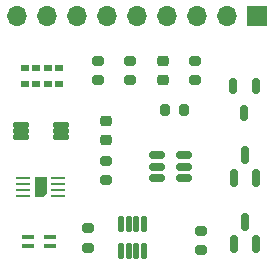
<source format=gts>
G04 #@! TF.GenerationSoftware,KiCad,Pcbnew,7.0.7*
G04 #@! TF.CreationDate,2024-04-01T23:39:43-04:00*
G04 #@! TF.ProjectId,sensor_node,73656e73-6f72-45f6-9e6f-64652e6b6963,rev?*
G04 #@! TF.SameCoordinates,Original*
G04 #@! TF.FileFunction,Soldermask,Top*
G04 #@! TF.FilePolarity,Negative*
%FSLAX46Y46*%
G04 Gerber Fmt 4.6, Leading zero omitted, Abs format (unit mm)*
G04 Created by KiCad (PCBNEW 7.0.7) date 2024-04-01 23:39:43*
%MOMM*%
%LPD*%
G01*
G04 APERTURE LIST*
G04 Aperture macros list*
%AMRoundRect*
0 Rectangle with rounded corners*
0 $1 Rounding radius*
0 $2 $3 $4 $5 $6 $7 $8 $9 X,Y pos of 4 corners*
0 Add a 4 corners polygon primitive as box body*
4,1,4,$2,$3,$4,$5,$6,$7,$8,$9,$2,$3,0*
0 Add four circle primitives for the rounded corners*
1,1,$1+$1,$2,$3*
1,1,$1+$1,$4,$5*
1,1,$1+$1,$6,$7*
1,1,$1+$1,$8,$9*
0 Add four rect primitives between the rounded corners*
20,1,$1+$1,$2,$3,$4,$5,0*
20,1,$1+$1,$4,$5,$6,$7,0*
20,1,$1+$1,$6,$7,$8,$9,0*
20,1,$1+$1,$8,$9,$2,$3,0*%
%AMFreePoly0*
4,1,6,0.500000,-0.850000,-0.500000,-0.850000,-0.500000,0.550000,-0.200000,0.850000,0.500000,0.850000,0.500000,-0.850000,0.500000,-0.850000,$1*%
G04 Aperture macros list end*
%ADD10R,1.000000X0.300000*%
%ADD11RoundRect,0.200000X-0.275000X0.200000X-0.275000X-0.200000X0.275000X-0.200000X0.275000X0.200000X0*%
%ADD12RoundRect,0.200000X0.275000X-0.200000X0.275000X0.200000X-0.275000X0.200000X-0.275000X-0.200000X0*%
%ADD13FreePoly0,180.000000*%
%ADD14R,1.200000X0.250000*%
%ADD15RoundRect,0.150000X0.150000X-0.587500X0.150000X0.587500X-0.150000X0.587500X-0.150000X-0.587500X0*%
%ADD16RoundRect,0.125000X-0.125000X0.537500X-0.125000X-0.537500X0.125000X-0.537500X0.125000X0.537500X0*%
%ADD17RoundRect,0.102000X-0.600000X-0.125000X0.600000X-0.125000X0.600000X0.125000X-0.600000X0.125000X0*%
%ADD18RoundRect,0.225000X0.250000X-0.225000X0.250000X0.225000X-0.250000X0.225000X-0.250000X-0.225000X0*%
%ADD19R,1.700000X1.700000*%
%ADD20O,1.700000X1.700000*%
%ADD21RoundRect,0.200000X-0.200000X-0.275000X0.200000X-0.275000X0.200000X0.275000X-0.200000X0.275000X0*%
%ADD22RoundRect,0.150000X-0.512500X-0.150000X0.512500X-0.150000X0.512500X0.150000X-0.512500X0.150000X0*%
%ADD23RoundRect,0.150000X-0.150000X0.512500X-0.150000X-0.512500X0.150000X-0.512500X0.150000X0.512500X0*%
%ADD24R,0.720000X0.600000*%
G04 APERTURE END LIST*
D10*
X93400000Y-88600000D03*
X93400000Y-87800000D03*
X95200000Y-87800000D03*
X95200000Y-88600000D03*
D11*
X99300000Y-72875000D03*
X99300000Y-74525000D03*
X102000000Y-72875000D03*
X102000000Y-74525000D03*
D12*
X98500000Y-88725000D03*
X98500000Y-87075000D03*
D13*
X94439369Y-83581999D03*
D14*
X92939369Y-84331999D03*
X92939369Y-83831999D03*
X92939369Y-83331999D03*
X92939369Y-82831999D03*
X95939369Y-82831999D03*
X95939369Y-83331999D03*
X95939369Y-83831999D03*
X95939369Y-84331999D03*
D15*
X110801869Y-82769498D03*
X112701869Y-82769498D03*
X111751869Y-80894498D03*
D16*
X103189371Y-88969499D03*
X102539371Y-88969499D03*
X101889371Y-88969499D03*
X101239371Y-88969499D03*
X101239371Y-86694499D03*
X101889371Y-86694499D03*
X102539371Y-86694499D03*
X103189371Y-86694499D03*
D17*
X92789370Y-78331999D03*
X92789370Y-78831999D03*
X92789370Y-79331999D03*
X96189370Y-79331999D03*
X96189370Y-78831999D03*
X96189370Y-78331999D03*
D18*
X104800000Y-72925000D03*
X104800000Y-74475000D03*
D12*
X108000000Y-88925000D03*
X108000000Y-87275000D03*
D19*
X112729369Y-69081998D03*
D20*
X110189369Y-69081998D03*
X107649369Y-69081998D03*
X105109369Y-69081998D03*
X102569369Y-69081998D03*
X100029369Y-69081998D03*
X97489369Y-69081998D03*
X94949369Y-69081998D03*
X92409369Y-69081998D03*
D21*
X104964367Y-77006996D03*
X106614367Y-77006996D03*
D12*
X99961867Y-82981999D03*
X99961867Y-81331999D03*
D22*
X104301869Y-80881998D03*
X104301869Y-81831998D03*
X104301869Y-82781998D03*
X106576869Y-82781998D03*
X106576869Y-81831998D03*
X106576869Y-80881998D03*
D11*
X107500000Y-72875000D03*
X107500000Y-74525000D03*
D23*
X112651867Y-75006999D03*
X110751867Y-75006999D03*
X111701867Y-77281999D03*
D15*
X110801868Y-88405375D03*
X112701868Y-88405375D03*
X111751868Y-86530375D03*
D24*
X93104367Y-73470896D03*
X94074367Y-73470896D03*
X95044367Y-73470896D03*
X96014367Y-73470896D03*
X96014367Y-74870896D03*
X95044367Y-74870896D03*
X94074367Y-74870896D03*
X93104367Y-74870896D03*
D18*
X99959364Y-79542000D03*
X99959364Y-77992000D03*
M02*

</source>
